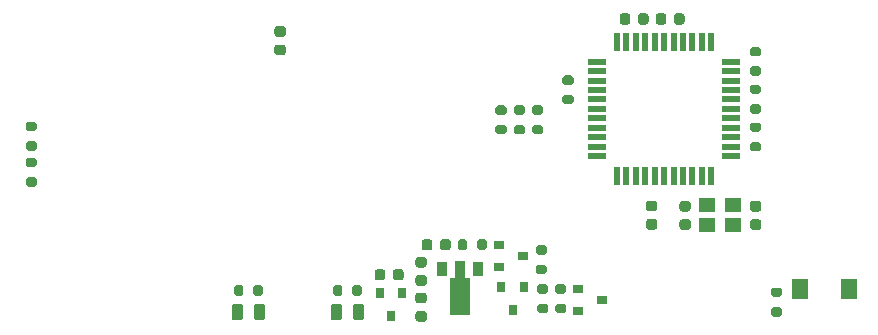
<source format=gbr>
%TF.GenerationSoftware,KiCad,Pcbnew,(5.1.7)-1*%
%TF.CreationDate,2021-03-01T21:41:40+01:00*%
%TF.ProjectId,mfm-v3-smd,6d666d2d-7633-42d7-936d-642e6b696361,rev?*%
%TF.SameCoordinates,Original*%
%TF.FileFunction,Paste,Top*%
%TF.FilePolarity,Positive*%
%FSLAX46Y46*%
G04 Gerber Fmt 4.6, Leading zero omitted, Abs format (unit mm)*
G04 Created by KiCad (PCBNEW (5.1.7)-1) date 2021-03-01 21:41:40*
%MOMM*%
%LPD*%
G01*
G04 APERTURE LIST*
%ADD10R,0.550000X1.500000*%
%ADD11R,1.500000X0.550000*%
%ADD12R,1.350000X1.800000*%
%ADD13C,0.100000*%
%ADD14R,0.900000X1.300000*%
%ADD15R,0.900000X0.800000*%
%ADD16R,0.800000X0.900000*%
%ADD17R,1.400000X1.200000*%
G04 APERTURE END LIST*
%TO.C,R16*%
G36*
G01*
X40303000Y-110104600D02*
X40303000Y-109554600D01*
G75*
G02*
X40503000Y-109354600I200000J0D01*
G01*
X40903000Y-109354600D01*
G75*
G02*
X41103000Y-109554600I0J-200000D01*
G01*
X41103000Y-110104600D01*
G75*
G02*
X40903000Y-110304600I-200000J0D01*
G01*
X40503000Y-110304600D01*
G75*
G02*
X40303000Y-110104600I0J200000D01*
G01*
G37*
G36*
G01*
X38653000Y-110104600D02*
X38653000Y-109554600D01*
G75*
G02*
X38853000Y-109354600I200000J0D01*
G01*
X39253000Y-109354600D01*
G75*
G02*
X39453000Y-109554600I0J-200000D01*
G01*
X39453000Y-110104600D01*
G75*
G02*
X39253000Y-110304600I-200000J0D01*
G01*
X38853000Y-110304600D01*
G75*
G02*
X38653000Y-110104600I0J200000D01*
G01*
G37*
%TD*%
%TO.C,R15*%
G36*
G01*
X48685000Y-110104600D02*
X48685000Y-109554600D01*
G75*
G02*
X48885000Y-109354600I200000J0D01*
G01*
X49285000Y-109354600D01*
G75*
G02*
X49485000Y-109554600I0J-200000D01*
G01*
X49485000Y-110104600D01*
G75*
G02*
X49285000Y-110304600I-200000J0D01*
G01*
X48885000Y-110304600D01*
G75*
G02*
X48685000Y-110104600I0J200000D01*
G01*
G37*
G36*
G01*
X47035000Y-110104600D02*
X47035000Y-109554600D01*
G75*
G02*
X47235000Y-109354600I200000J0D01*
G01*
X47635000Y-109354600D01*
G75*
G02*
X47835000Y-109554600I0J-200000D01*
G01*
X47835000Y-110104600D01*
G75*
G02*
X47635000Y-110304600I-200000J0D01*
G01*
X47235000Y-110304600D01*
G75*
G02*
X47035000Y-110104600I0J200000D01*
G01*
G37*
%TD*%
%TO.C,D2*%
G36*
G01*
X40328000Y-112114650D02*
X40328000Y-111202150D01*
G75*
G02*
X40571750Y-110958400I243750J0D01*
G01*
X41059250Y-110958400D01*
G75*
G02*
X41303000Y-111202150I0J-243750D01*
G01*
X41303000Y-112114650D01*
G75*
G02*
X41059250Y-112358400I-243750J0D01*
G01*
X40571750Y-112358400D01*
G75*
G02*
X40328000Y-112114650I0J243750D01*
G01*
G37*
G36*
G01*
X38453000Y-112114650D02*
X38453000Y-111202150D01*
G75*
G02*
X38696750Y-110958400I243750J0D01*
G01*
X39184250Y-110958400D01*
G75*
G02*
X39428000Y-111202150I0J-243750D01*
G01*
X39428000Y-112114650D01*
G75*
G02*
X39184250Y-112358400I-243750J0D01*
G01*
X38696750Y-112358400D01*
G75*
G02*
X38453000Y-112114650I0J243750D01*
G01*
G37*
%TD*%
%TO.C,D1*%
G36*
G01*
X48710000Y-112114650D02*
X48710000Y-111202150D01*
G75*
G02*
X48953750Y-110958400I243750J0D01*
G01*
X49441250Y-110958400D01*
G75*
G02*
X49685000Y-111202150I0J-243750D01*
G01*
X49685000Y-112114650D01*
G75*
G02*
X49441250Y-112358400I-243750J0D01*
G01*
X48953750Y-112358400D01*
G75*
G02*
X48710000Y-112114650I0J243750D01*
G01*
G37*
G36*
G01*
X46835000Y-112114650D02*
X46835000Y-111202150D01*
G75*
G02*
X47078750Y-110958400I243750J0D01*
G01*
X47566250Y-110958400D01*
G75*
G02*
X47810000Y-111202150I0J-243750D01*
G01*
X47810000Y-112114650D01*
G75*
G02*
X47566250Y-112358400I-243750J0D01*
G01*
X47078750Y-112358400D01*
G75*
G02*
X46835000Y-112114650I0J243750D01*
G01*
G37*
%TD*%
D10*
%TO.C,U5*%
X71069700Y-100149900D03*
X71869700Y-100149900D03*
X72669700Y-100149900D03*
X73469700Y-100149900D03*
X74269700Y-100149900D03*
X75069700Y-100149900D03*
X75869700Y-100149900D03*
X76669700Y-100149900D03*
X77469700Y-100149900D03*
X78269700Y-100149900D03*
X79069700Y-100149900D03*
D11*
X80769700Y-98449900D03*
X80769700Y-97649900D03*
X80769700Y-96849900D03*
X80769700Y-96049900D03*
X80769700Y-95249900D03*
X80769700Y-94449900D03*
X80769700Y-93649900D03*
X80769700Y-92849900D03*
X80769700Y-92049900D03*
X80769700Y-91249900D03*
X80769700Y-90449900D03*
D10*
X79069700Y-88749900D03*
X78269700Y-88749900D03*
X77469700Y-88749900D03*
X76669700Y-88749900D03*
X75869700Y-88749900D03*
X75069700Y-88749900D03*
X74269700Y-88749900D03*
X73469700Y-88749900D03*
X72669700Y-88749900D03*
X71869700Y-88749900D03*
X71069700Y-88749900D03*
D11*
X69369700Y-90449900D03*
X69369700Y-91249900D03*
X69369700Y-92049900D03*
X69369700Y-92849900D03*
X69369700Y-93649900D03*
X69369700Y-94449900D03*
X69369700Y-95249900D03*
X69369700Y-96049900D03*
X69369700Y-96849900D03*
X69369700Y-97649900D03*
X69369700Y-98449900D03*
%TD*%
%TO.C,R12*%
G36*
G01*
X83079000Y-91649000D02*
X82529000Y-91649000D01*
G75*
G02*
X82329000Y-91449000I0J200000D01*
G01*
X82329000Y-91049000D01*
G75*
G02*
X82529000Y-90849000I200000J0D01*
G01*
X83079000Y-90849000D01*
G75*
G02*
X83279000Y-91049000I0J-200000D01*
G01*
X83279000Y-91449000D01*
G75*
G02*
X83079000Y-91649000I-200000J0D01*
G01*
G37*
G36*
G01*
X83079000Y-89999000D02*
X82529000Y-89999000D01*
G75*
G02*
X82329000Y-89799000I0J200000D01*
G01*
X82329000Y-89399000D01*
G75*
G02*
X82529000Y-89199000I200000J0D01*
G01*
X83079000Y-89199000D01*
G75*
G02*
X83279000Y-89399000I0J-200000D01*
G01*
X83279000Y-89799000D01*
G75*
G02*
X83079000Y-89999000I-200000J0D01*
G01*
G37*
%TD*%
%TO.C,R11*%
G36*
G01*
X66654000Y-91612000D02*
X67204000Y-91612000D01*
G75*
G02*
X67404000Y-91812000I0J-200000D01*
G01*
X67404000Y-92212000D01*
G75*
G02*
X67204000Y-92412000I-200000J0D01*
G01*
X66654000Y-92412000D01*
G75*
G02*
X66454000Y-92212000I0J200000D01*
G01*
X66454000Y-91812000D01*
G75*
G02*
X66654000Y-91612000I200000J0D01*
G01*
G37*
G36*
G01*
X66654000Y-93262000D02*
X67204000Y-93262000D01*
G75*
G02*
X67404000Y-93462000I0J-200000D01*
G01*
X67404000Y-93862000D01*
G75*
G02*
X67204000Y-94062000I-200000J0D01*
G01*
X66654000Y-94062000D01*
G75*
G02*
X66454000Y-93862000I0J200000D01*
G01*
X66454000Y-93462000D01*
G75*
G02*
X66654000Y-93262000I200000J0D01*
G01*
G37*
%TD*%
%TO.C,C10*%
G36*
G01*
X73765600Y-102216800D02*
X74265600Y-102216800D01*
G75*
G02*
X74490600Y-102441800I0J-225000D01*
G01*
X74490600Y-102891800D01*
G75*
G02*
X74265600Y-103116800I-225000J0D01*
G01*
X73765600Y-103116800D01*
G75*
G02*
X73540600Y-102891800I0J225000D01*
G01*
X73540600Y-102441800D01*
G75*
G02*
X73765600Y-102216800I225000J0D01*
G01*
G37*
G36*
G01*
X73765600Y-103766800D02*
X74265600Y-103766800D01*
G75*
G02*
X74490600Y-103991800I0J-225000D01*
G01*
X74490600Y-104441800D01*
G75*
G02*
X74265600Y-104666800I-225000J0D01*
G01*
X73765600Y-104666800D01*
G75*
G02*
X73540600Y-104441800I0J225000D01*
G01*
X73540600Y-103991800D01*
G75*
G02*
X73765600Y-103766800I225000J0D01*
G01*
G37*
%TD*%
%TO.C,R13*%
G36*
G01*
X82529000Y-92399400D02*
X83079000Y-92399400D01*
G75*
G02*
X83279000Y-92599400I0J-200000D01*
G01*
X83279000Y-92999400D01*
G75*
G02*
X83079000Y-93199400I-200000J0D01*
G01*
X82529000Y-93199400D01*
G75*
G02*
X82329000Y-92999400I0J200000D01*
G01*
X82329000Y-92599400D01*
G75*
G02*
X82529000Y-92399400I200000J0D01*
G01*
G37*
G36*
G01*
X82529000Y-94049400D02*
X83079000Y-94049400D01*
G75*
G02*
X83279000Y-94249400I0J-200000D01*
G01*
X83279000Y-94649400D01*
G75*
G02*
X83079000Y-94849400I-200000J0D01*
G01*
X82529000Y-94849400D01*
G75*
G02*
X82329000Y-94649400I0J200000D01*
G01*
X82329000Y-94249400D01*
G75*
G02*
X82529000Y-94049400I200000J0D01*
G01*
G37*
%TD*%
D12*
%TO.C,SW2*%
X90746400Y-109677200D03*
X86596400Y-109677200D03*
%TD*%
%TO.C,R7*%
G36*
G01*
X63100000Y-94952000D02*
X62550000Y-94952000D01*
G75*
G02*
X62350000Y-94752000I0J200000D01*
G01*
X62350000Y-94352000D01*
G75*
G02*
X62550000Y-94152000I200000J0D01*
G01*
X63100000Y-94152000D01*
G75*
G02*
X63300000Y-94352000I0J-200000D01*
G01*
X63300000Y-94752000D01*
G75*
G02*
X63100000Y-94952000I-200000J0D01*
G01*
G37*
G36*
G01*
X63100000Y-96602000D02*
X62550000Y-96602000D01*
G75*
G02*
X62350000Y-96402000I0J200000D01*
G01*
X62350000Y-96002000D01*
G75*
G02*
X62550000Y-95802000I200000J0D01*
G01*
X63100000Y-95802000D01*
G75*
G02*
X63300000Y-96002000I0J-200000D01*
G01*
X63300000Y-96402000D01*
G75*
G02*
X63100000Y-96602000I-200000J0D01*
G01*
G37*
%TD*%
%TO.C,C5*%
G36*
G01*
X42307700Y-87446400D02*
X42807700Y-87446400D01*
G75*
G02*
X43032700Y-87671400I0J-225000D01*
G01*
X43032700Y-88121400D01*
G75*
G02*
X42807700Y-88346400I-225000J0D01*
G01*
X42307700Y-88346400D01*
G75*
G02*
X42082700Y-88121400I0J225000D01*
G01*
X42082700Y-87671400D01*
G75*
G02*
X42307700Y-87446400I225000J0D01*
G01*
G37*
G36*
G01*
X42307700Y-88996400D02*
X42807700Y-88996400D01*
G75*
G02*
X43032700Y-89221400I0J-225000D01*
G01*
X43032700Y-89671400D01*
G75*
G02*
X42807700Y-89896400I-225000J0D01*
G01*
X42307700Y-89896400D01*
G75*
G02*
X42082700Y-89671400I0J225000D01*
G01*
X42082700Y-89221400D01*
G75*
G02*
X42307700Y-88996400I225000J0D01*
G01*
G37*
%TD*%
D13*
%TO.C,U2*%
G36*
X56931200Y-111926400D02*
G01*
X56931200Y-108801400D01*
X57347700Y-108801400D01*
X57347700Y-107326400D01*
X58247700Y-107326400D01*
X58247700Y-108801400D01*
X58664200Y-108801400D01*
X58664200Y-111926400D01*
X56931200Y-111926400D01*
G37*
D14*
X56297700Y-107976400D03*
X59297700Y-107976400D03*
%TD*%
%TO.C,R14*%
G36*
G01*
X59251400Y-106233600D02*
X59251400Y-105683600D01*
G75*
G02*
X59451400Y-105483600I200000J0D01*
G01*
X59851400Y-105483600D01*
G75*
G02*
X60051400Y-105683600I0J-200000D01*
G01*
X60051400Y-106233600D01*
G75*
G02*
X59851400Y-106433600I-200000J0D01*
G01*
X59451400Y-106433600D01*
G75*
G02*
X59251400Y-106233600I0J200000D01*
G01*
G37*
G36*
G01*
X57601400Y-106233600D02*
X57601400Y-105683600D01*
G75*
G02*
X57801400Y-105483600I200000J0D01*
G01*
X58201400Y-105483600D01*
G75*
G02*
X58401400Y-105683600I0J-200000D01*
G01*
X58401400Y-106233600D01*
G75*
G02*
X58201400Y-106433600I-200000J0D01*
G01*
X57801400Y-106433600D01*
G75*
G02*
X57601400Y-106233600I0J200000D01*
G01*
G37*
%TD*%
%TO.C,R4*%
G36*
G01*
X64943400Y-106788400D02*
X64393400Y-106788400D01*
G75*
G02*
X64193400Y-106588400I0J200000D01*
G01*
X64193400Y-106188400D01*
G75*
G02*
X64393400Y-105988400I200000J0D01*
G01*
X64943400Y-105988400D01*
G75*
G02*
X65143400Y-106188400I0J-200000D01*
G01*
X65143400Y-106588400D01*
G75*
G02*
X64943400Y-106788400I-200000J0D01*
G01*
G37*
G36*
G01*
X64943400Y-108438400D02*
X64393400Y-108438400D01*
G75*
G02*
X64193400Y-108238400I0J200000D01*
G01*
X64193400Y-107838400D01*
G75*
G02*
X64393400Y-107638400I200000J0D01*
G01*
X64943400Y-107638400D01*
G75*
G02*
X65143400Y-107838400I0J-200000D01*
G01*
X65143400Y-108238400D01*
G75*
G02*
X64943400Y-108438400I-200000J0D01*
G01*
G37*
%TD*%
%TO.C,R3*%
G36*
G01*
X66594400Y-110090400D02*
X66044400Y-110090400D01*
G75*
G02*
X65844400Y-109890400I0J200000D01*
G01*
X65844400Y-109490400D01*
G75*
G02*
X66044400Y-109290400I200000J0D01*
G01*
X66594400Y-109290400D01*
G75*
G02*
X66794400Y-109490400I0J-200000D01*
G01*
X66794400Y-109890400D01*
G75*
G02*
X66594400Y-110090400I-200000J0D01*
G01*
G37*
G36*
G01*
X66594400Y-111740400D02*
X66044400Y-111740400D01*
G75*
G02*
X65844400Y-111540400I0J200000D01*
G01*
X65844400Y-111140400D01*
G75*
G02*
X66044400Y-110940400I200000J0D01*
G01*
X66594400Y-110940400D01*
G75*
G02*
X66794400Y-111140400I0J-200000D01*
G01*
X66794400Y-111540400D01*
G75*
G02*
X66594400Y-111740400I-200000J0D01*
G01*
G37*
%TD*%
%TO.C,R2*%
G36*
G01*
X64507700Y-110940400D02*
X65057700Y-110940400D01*
G75*
G02*
X65257700Y-111140400I0J-200000D01*
G01*
X65257700Y-111540400D01*
G75*
G02*
X65057700Y-111740400I-200000J0D01*
G01*
X64507700Y-111740400D01*
G75*
G02*
X64307700Y-111540400I0J200000D01*
G01*
X64307700Y-111140400D01*
G75*
G02*
X64507700Y-110940400I200000J0D01*
G01*
G37*
G36*
G01*
X64507700Y-109290400D02*
X65057700Y-109290400D01*
G75*
G02*
X65257700Y-109490400I0J-200000D01*
G01*
X65257700Y-109890400D01*
G75*
G02*
X65057700Y-110090400I-200000J0D01*
G01*
X64507700Y-110090400D01*
G75*
G02*
X64307700Y-109890400I0J200000D01*
G01*
X64307700Y-109490400D01*
G75*
G02*
X64507700Y-109290400I200000J0D01*
G01*
G37*
%TD*%
D15*
%TO.C,Q3*%
X63128400Y-106908600D03*
X61128400Y-107858600D03*
X61128400Y-105958600D03*
%TD*%
%TO.C,Q2*%
X69821300Y-110617000D03*
X67821300Y-111567000D03*
X67821300Y-109667000D03*
%TD*%
D16*
%TO.C,Q1*%
X62242700Y-111515400D03*
X61292700Y-109515400D03*
X63192700Y-109515400D03*
%TD*%
%TO.C,C4*%
G36*
G01*
X54745700Y-107879000D02*
X54245700Y-107879000D01*
G75*
G02*
X54020700Y-107654000I0J225000D01*
G01*
X54020700Y-107204000D01*
G75*
G02*
X54245700Y-106979000I225000J0D01*
G01*
X54745700Y-106979000D01*
G75*
G02*
X54970700Y-107204000I0J-225000D01*
G01*
X54970700Y-107654000D01*
G75*
G02*
X54745700Y-107879000I-225000J0D01*
G01*
G37*
G36*
G01*
X54745700Y-109429000D02*
X54245700Y-109429000D01*
G75*
G02*
X54020700Y-109204000I0J225000D01*
G01*
X54020700Y-108754000D01*
G75*
G02*
X54245700Y-108529000I225000J0D01*
G01*
X54745700Y-108529000D01*
G75*
G02*
X54970700Y-108754000I0J-225000D01*
G01*
X54970700Y-109204000D01*
G75*
G02*
X54745700Y-109429000I-225000J0D01*
G01*
G37*
%TD*%
%TO.C,C3*%
G36*
G01*
X56103400Y-106208600D02*
X56103400Y-105708600D01*
G75*
G02*
X56328400Y-105483600I225000J0D01*
G01*
X56778400Y-105483600D01*
G75*
G02*
X57003400Y-105708600I0J-225000D01*
G01*
X57003400Y-106208600D01*
G75*
G02*
X56778400Y-106433600I-225000J0D01*
G01*
X56328400Y-106433600D01*
G75*
G02*
X56103400Y-106208600I0J225000D01*
G01*
G37*
G36*
G01*
X54553400Y-106208600D02*
X54553400Y-105708600D01*
G75*
G02*
X54778400Y-105483600I225000J0D01*
G01*
X55228400Y-105483600D01*
G75*
G02*
X55453400Y-105708600I0J-225000D01*
G01*
X55453400Y-106208600D01*
G75*
G02*
X55228400Y-106433600I-225000J0D01*
G01*
X54778400Y-106433600D01*
G75*
G02*
X54553400Y-106208600I0J225000D01*
G01*
G37*
%TD*%
D17*
%TO.C,Y1*%
X80868700Y-102616900D03*
X78668700Y-102616900D03*
X78668700Y-104316900D03*
X80868700Y-104316900D03*
%TD*%
D16*
%TO.C,U1*%
X51955700Y-112014300D03*
X51005700Y-110014300D03*
X52905700Y-110014300D03*
%TD*%
%TO.C,R10*%
G36*
G01*
X84307000Y-109582000D02*
X84857000Y-109582000D01*
G75*
G02*
X85057000Y-109782000I0J-200000D01*
G01*
X85057000Y-110182000D01*
G75*
G02*
X84857000Y-110382000I-200000J0D01*
G01*
X84307000Y-110382000D01*
G75*
G02*
X84107000Y-110182000I0J200000D01*
G01*
X84107000Y-109782000D01*
G75*
G02*
X84307000Y-109582000I200000J0D01*
G01*
G37*
G36*
G01*
X84307000Y-111232000D02*
X84857000Y-111232000D01*
G75*
G02*
X85057000Y-111432000I0J-200000D01*
G01*
X85057000Y-111832000D01*
G75*
G02*
X84857000Y-112032000I-200000J0D01*
G01*
X84307000Y-112032000D01*
G75*
G02*
X84107000Y-111832000I0J200000D01*
G01*
X84107000Y-111432000D01*
G75*
G02*
X84307000Y-111232000I200000J0D01*
G01*
G37*
%TD*%
%TO.C,R9*%
G36*
G01*
X21213400Y-95549000D02*
X21763400Y-95549000D01*
G75*
G02*
X21963400Y-95749000I0J-200000D01*
G01*
X21963400Y-96149000D01*
G75*
G02*
X21763400Y-96349000I-200000J0D01*
G01*
X21213400Y-96349000D01*
G75*
G02*
X21013400Y-96149000I0J200000D01*
G01*
X21013400Y-95749000D01*
G75*
G02*
X21213400Y-95549000I200000J0D01*
G01*
G37*
G36*
G01*
X21213400Y-97199000D02*
X21763400Y-97199000D01*
G75*
G02*
X21963400Y-97399000I0J-200000D01*
G01*
X21963400Y-97799000D01*
G75*
G02*
X21763400Y-97999000I-200000J0D01*
G01*
X21213400Y-97999000D01*
G75*
G02*
X21013400Y-97799000I0J200000D01*
G01*
X21013400Y-97399000D01*
G75*
G02*
X21213400Y-97199000I200000J0D01*
G01*
G37*
%TD*%
%TO.C,R8*%
G36*
G01*
X64638600Y-94952000D02*
X64088600Y-94952000D01*
G75*
G02*
X63888600Y-94752000I0J200000D01*
G01*
X63888600Y-94352000D01*
G75*
G02*
X64088600Y-94152000I200000J0D01*
G01*
X64638600Y-94152000D01*
G75*
G02*
X64838600Y-94352000I0J-200000D01*
G01*
X64838600Y-94752000D01*
G75*
G02*
X64638600Y-94952000I-200000J0D01*
G01*
G37*
G36*
G01*
X64638600Y-96602000D02*
X64088600Y-96602000D01*
G75*
G02*
X63888600Y-96402000I0J200000D01*
G01*
X63888600Y-96002000D01*
G75*
G02*
X64088600Y-95802000I200000J0D01*
G01*
X64638600Y-95802000D01*
G75*
G02*
X64838600Y-96002000I0J-200000D01*
G01*
X64838600Y-96402000D01*
G75*
G02*
X64638600Y-96602000I-200000J0D01*
G01*
G37*
%TD*%
%TO.C,R6*%
G36*
G01*
X21213400Y-98597000D02*
X21763400Y-98597000D01*
G75*
G02*
X21963400Y-98797000I0J-200000D01*
G01*
X21963400Y-99197000D01*
G75*
G02*
X21763400Y-99397000I-200000J0D01*
G01*
X21213400Y-99397000D01*
G75*
G02*
X21013400Y-99197000I0J200000D01*
G01*
X21013400Y-98797000D01*
G75*
G02*
X21213400Y-98597000I200000J0D01*
G01*
G37*
G36*
G01*
X21213400Y-100247000D02*
X21763400Y-100247000D01*
G75*
G02*
X21963400Y-100447000I0J-200000D01*
G01*
X21963400Y-100847000D01*
G75*
G02*
X21763400Y-101047000I-200000J0D01*
G01*
X21213400Y-101047000D01*
G75*
G02*
X21013400Y-100847000I0J200000D01*
G01*
X21013400Y-100447000D01*
G75*
G02*
X21213400Y-100247000I200000J0D01*
G01*
G37*
%TD*%
%TO.C,R5*%
G36*
G01*
X61539800Y-94952000D02*
X60989800Y-94952000D01*
G75*
G02*
X60789800Y-94752000I0J200000D01*
G01*
X60789800Y-94352000D01*
G75*
G02*
X60989800Y-94152000I200000J0D01*
G01*
X61539800Y-94152000D01*
G75*
G02*
X61739800Y-94352000I0J-200000D01*
G01*
X61739800Y-94752000D01*
G75*
G02*
X61539800Y-94952000I-200000J0D01*
G01*
G37*
G36*
G01*
X61539800Y-96602000D02*
X60989800Y-96602000D01*
G75*
G02*
X60789800Y-96402000I0J200000D01*
G01*
X60789800Y-96002000D01*
G75*
G02*
X60989800Y-95802000I200000J0D01*
G01*
X61539800Y-95802000D01*
G75*
G02*
X61739800Y-96002000I0J-200000D01*
G01*
X61739800Y-96402000D01*
G75*
G02*
X61539800Y-96602000I-200000J0D01*
G01*
G37*
%TD*%
%TO.C,R1*%
G36*
G01*
X83079000Y-98049900D02*
X82529000Y-98049900D01*
G75*
G02*
X82329000Y-97849900I0J200000D01*
G01*
X82329000Y-97449900D01*
G75*
G02*
X82529000Y-97249900I200000J0D01*
G01*
X83079000Y-97249900D01*
G75*
G02*
X83279000Y-97449900I0J-200000D01*
G01*
X83279000Y-97849900D01*
G75*
G02*
X83079000Y-98049900I-200000J0D01*
G01*
G37*
G36*
G01*
X83079000Y-96399900D02*
X82529000Y-96399900D01*
G75*
G02*
X82329000Y-96199900I0J200000D01*
G01*
X82329000Y-95799900D01*
G75*
G02*
X82529000Y-95599900I200000J0D01*
G01*
X83079000Y-95599900D01*
G75*
G02*
X83279000Y-95799900I0J-200000D01*
G01*
X83279000Y-96199900D01*
G75*
G02*
X83079000Y-96399900I-200000J0D01*
G01*
G37*
%TD*%
%TO.C,C11*%
G36*
G01*
X71304700Y-87079900D02*
X71304700Y-86579900D01*
G75*
G02*
X71529700Y-86354900I225000J0D01*
G01*
X71979700Y-86354900D01*
G75*
G02*
X72204700Y-86579900I0J-225000D01*
G01*
X72204700Y-87079900D01*
G75*
G02*
X71979700Y-87304900I-225000J0D01*
G01*
X71529700Y-87304900D01*
G75*
G02*
X71304700Y-87079900I0J225000D01*
G01*
G37*
G36*
G01*
X72854700Y-87079900D02*
X72854700Y-86579900D01*
G75*
G02*
X73079700Y-86354900I225000J0D01*
G01*
X73529700Y-86354900D01*
G75*
G02*
X73754700Y-86579900I0J-225000D01*
G01*
X73754700Y-87079900D01*
G75*
G02*
X73529700Y-87304900I-225000J0D01*
G01*
X73079700Y-87304900D01*
G75*
G02*
X72854700Y-87079900I0J225000D01*
G01*
G37*
%TD*%
%TO.C,C9*%
G36*
G01*
X74352700Y-87079900D02*
X74352700Y-86579900D01*
G75*
G02*
X74577700Y-86354900I225000J0D01*
G01*
X75027700Y-86354900D01*
G75*
G02*
X75252700Y-86579900I0J-225000D01*
G01*
X75252700Y-87079900D01*
G75*
G02*
X75027700Y-87304900I-225000J0D01*
G01*
X74577700Y-87304900D01*
G75*
G02*
X74352700Y-87079900I0J225000D01*
G01*
G37*
G36*
G01*
X75902700Y-87079900D02*
X75902700Y-86579900D01*
G75*
G02*
X76127700Y-86354900I225000J0D01*
G01*
X76577700Y-86354900D01*
G75*
G02*
X76802700Y-86579900I0J-225000D01*
G01*
X76802700Y-87079900D01*
G75*
G02*
X76577700Y-87304900I-225000J0D01*
G01*
X76127700Y-87304900D01*
G75*
G02*
X75902700Y-87079900I0J225000D01*
G01*
G37*
%TD*%
%TO.C,C8*%
G36*
G01*
X76597700Y-102241900D02*
X77097700Y-102241900D01*
G75*
G02*
X77322700Y-102466900I0J-225000D01*
G01*
X77322700Y-102916900D01*
G75*
G02*
X77097700Y-103141900I-225000J0D01*
G01*
X76597700Y-103141900D01*
G75*
G02*
X76372700Y-102916900I0J225000D01*
G01*
X76372700Y-102466900D01*
G75*
G02*
X76597700Y-102241900I225000J0D01*
G01*
G37*
G36*
G01*
X76597700Y-103791900D02*
X77097700Y-103791900D01*
G75*
G02*
X77322700Y-104016900I0J-225000D01*
G01*
X77322700Y-104466900D01*
G75*
G02*
X77097700Y-104691900I-225000J0D01*
G01*
X76597700Y-104691900D01*
G75*
G02*
X76372700Y-104466900I0J225000D01*
G01*
X76372700Y-104016900D01*
G75*
G02*
X76597700Y-103791900I225000J0D01*
G01*
G37*
%TD*%
%TO.C,C7*%
G36*
G01*
X83066700Y-104691900D02*
X82566700Y-104691900D01*
G75*
G02*
X82341700Y-104466900I0J225000D01*
G01*
X82341700Y-104016900D01*
G75*
G02*
X82566700Y-103791900I225000J0D01*
G01*
X83066700Y-103791900D01*
G75*
G02*
X83291700Y-104016900I0J-225000D01*
G01*
X83291700Y-104466900D01*
G75*
G02*
X83066700Y-104691900I-225000J0D01*
G01*
G37*
G36*
G01*
X83066700Y-103141900D02*
X82566700Y-103141900D01*
G75*
G02*
X82341700Y-102916900I0J225000D01*
G01*
X82341700Y-102466900D01*
G75*
G02*
X82566700Y-102241900I225000J0D01*
G01*
X83066700Y-102241900D01*
G75*
G02*
X83291700Y-102466900I0J-225000D01*
G01*
X83291700Y-102916900D01*
G75*
G02*
X83066700Y-103141900I-225000J0D01*
G01*
G37*
%TD*%
%TO.C,C2*%
G36*
G01*
X51455700Y-108246100D02*
X51455700Y-108746100D01*
G75*
G02*
X51230700Y-108971100I-225000J0D01*
G01*
X50780700Y-108971100D01*
G75*
G02*
X50555700Y-108746100I0J225000D01*
G01*
X50555700Y-108246100D01*
G75*
G02*
X50780700Y-108021100I225000J0D01*
G01*
X51230700Y-108021100D01*
G75*
G02*
X51455700Y-108246100I0J-225000D01*
G01*
G37*
G36*
G01*
X53005700Y-108246100D02*
X53005700Y-108746100D01*
G75*
G02*
X52780700Y-108971100I-225000J0D01*
G01*
X52330700Y-108971100D01*
G75*
G02*
X52105700Y-108746100I0J225000D01*
G01*
X52105700Y-108246100D01*
G75*
G02*
X52330700Y-108021100I225000J0D01*
G01*
X52780700Y-108021100D01*
G75*
G02*
X53005700Y-108246100I0J-225000D01*
G01*
G37*
%TD*%
%TO.C,C1*%
G36*
G01*
X54245700Y-111564300D02*
X54745700Y-111564300D01*
G75*
G02*
X54970700Y-111789300I0J-225000D01*
G01*
X54970700Y-112239300D01*
G75*
G02*
X54745700Y-112464300I-225000J0D01*
G01*
X54245700Y-112464300D01*
G75*
G02*
X54020700Y-112239300I0J225000D01*
G01*
X54020700Y-111789300D01*
G75*
G02*
X54245700Y-111564300I225000J0D01*
G01*
G37*
G36*
G01*
X54245700Y-110014300D02*
X54745700Y-110014300D01*
G75*
G02*
X54970700Y-110239300I0J-225000D01*
G01*
X54970700Y-110689300D01*
G75*
G02*
X54745700Y-110914300I-225000J0D01*
G01*
X54245700Y-110914300D01*
G75*
G02*
X54020700Y-110689300I0J225000D01*
G01*
X54020700Y-110239300D01*
G75*
G02*
X54245700Y-110014300I225000J0D01*
G01*
G37*
%TD*%
M02*

</source>
